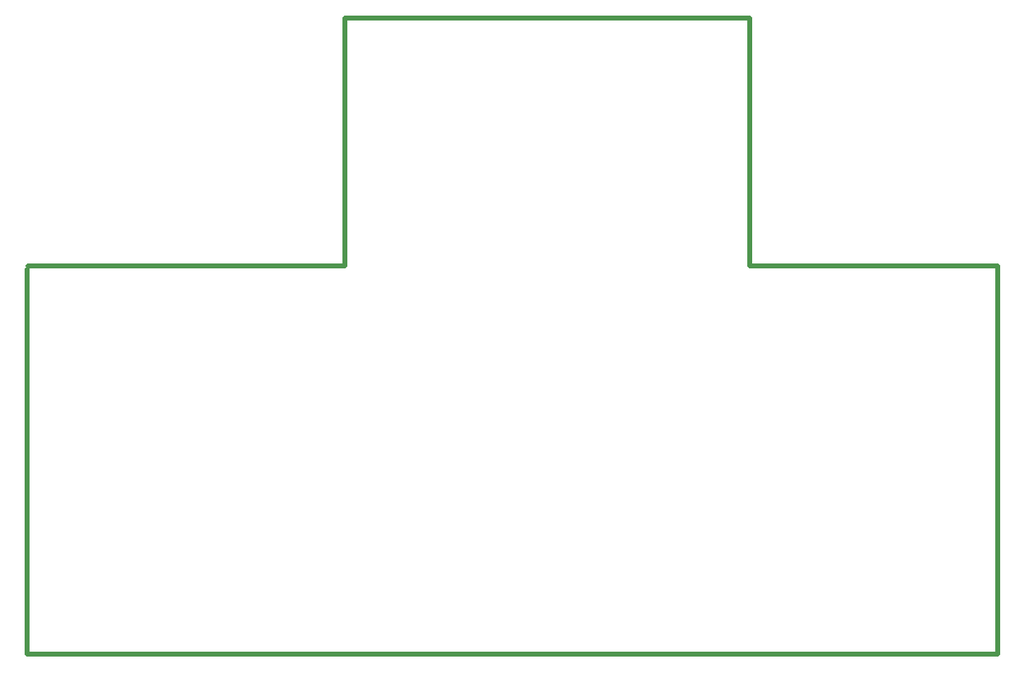
<source format=gko>
%FSLAX24Y24*%
%MOIN*%
G70*
G01*
G75*
G04 Layer_Color=8388736*
%ADD10R,0.0250X0.0200*%
%ADD11R,0.0362X0.0984*%
%ADD12R,0.0276X0.0394*%
%ADD13R,0.0689X0.1181*%
%ADD14R,0.0984X0.0866*%
%ADD15R,0.0200X0.0250*%
%ADD16R,0.0276X0.0394*%
%ADD17R,0.0315X0.0315*%
%ADD18R,0.0669X0.0492*%
%ADD19R,0.0300X0.0300*%
%ADD20R,0.0906X0.0906*%
%ADD21R,0.0600X0.0600*%
%ADD22R,0.0472X0.0354*%
%ADD23R,0.0472X0.0354*%
%ADD24R,0.0315X0.0315*%
%ADD25R,0.0236X0.0472*%
%ADD26O,0.0315X0.0098*%
%ADD27O,0.0098X0.0315*%
%ADD28O,0.0276X0.0098*%
%ADD29O,0.0098X0.0276*%
%ADD30R,0.1299X0.1299*%
%ADD31R,0.0750X0.0400*%
%ADD32R,0.1358X0.1358*%
%ADD33O,0.0984X0.0276*%
%ADD34C,0.0120*%
%ADD35C,0.0100*%
%ADD36C,0.0080*%
%ADD37C,0.0150*%
%ADD38C,0.0300*%
%ADD39C,0.0200*%
%ADD40C,0.0276*%
%ADD41C,0.0600*%
%ADD42C,0.0220*%
%ADD43C,0.0350*%
%ADD44C,0.0700*%
%ADD45C,0.1100*%
%ADD46R,0.0591X0.0591*%
%ADD47C,0.0591*%
%ADD48C,0.0320*%
%ADD49C,0.0354*%
%ADD50R,0.0591X0.0591*%
%ADD51R,0.0600X0.0600*%
%ADD52C,0.0710*%
%ADD53C,0.0900*%
%ADD54C,0.0400*%
G04:AMPARAMS|DCode=55|XSize=42mil|YSize=42mil|CornerRadius=0mil|HoleSize=0mil|Usage=FLASHONLY|Rotation=0.000|XOffset=0mil|YOffset=0mil|HoleType=Round|Shape=Relief|Width=5mil|Gap=5mil|Entries=4|*
%AMTHD55*
7,0,0,0.0420,0.0320,0.0050,45*
%
%ADD55THD55*%
%ADD56C,0.0420*%
%ADD57C,0.0500*%
%ADD58C,0.1400*%
%ADD59C,0.0654*%
%ADD60C,0.0497*%
G04:AMPARAMS|DCode=61|XSize=49.685mil|YSize=49.685mil|CornerRadius=0mil|HoleSize=0mil|Usage=FLASHONLY|Rotation=0.000|XOffset=0mil|YOffset=0mil|HoleType=Round|Shape=Relief|Width=5mil|Gap=5mil|Entries=4|*
%AMTHD61*
7,0,0,0.0497,0.0397,0.0050,45*
%
%ADD61THD61*%
G04:AMPARAMS|DCode=62|XSize=65.433mil|YSize=65.433mil|CornerRadius=0mil|HoleSize=0mil|Usage=FLASHONLY|Rotation=0.000|XOffset=0mil|YOffset=0mil|HoleType=Round|Shape=Relief|Width=5mil|Gap=5mil|Entries=4|*
%AMTHD62*
7,0,0,0.0654,0.0554,0.0050,45*
%
%ADD62THD62*%
G04:AMPARAMS|DCode=63|XSize=60mil|YSize=60mil|CornerRadius=0mil|HoleSize=0mil|Usage=FLASHONLY|Rotation=0.000|XOffset=0mil|YOffset=0mil|HoleType=Round|Shape=Relief|Width=5mil|Gap=5mil|Entries=4|*
%AMTHD63*
7,0,0,0.0600,0.0500,0.0050,45*
%
%ADD63THD63*%
%ADD64C,0.0770*%
%ADD65C,0.0480*%
%ADD66C,0.0090*%
G04:AMPARAMS|DCode=67|XSize=50mil|YSize=50mil|CornerRadius=0mil|HoleSize=0mil|Usage=FLASHONLY|Rotation=0.000|XOffset=0mil|YOffset=0mil|HoleType=Round|Shape=Relief|Width=5mil|Gap=5mil|Entries=4|*
%AMTHD67*
7,0,0,0.0500,0.0400,0.0050,45*
%
%ADD67THD67*%
G04:AMPARAMS|DCode=68|XSize=48mil|YSize=48mil|CornerRadius=0mil|HoleSize=0mil|Usage=FLASHONLY|Rotation=0.000|XOffset=0mil|YOffset=0mil|HoleType=Round|Shape=Relief|Width=5mil|Gap=5mil|Entries=4|*
%AMTHD68*
7,0,0,0.0480,0.0380,0.0050,45*
%
%ADD68THD68*%
%ADD69R,0.0709X0.0394*%
%ADD70R,0.0472X0.0551*%
%ADD71R,0.0394X0.0394*%
%ADD72R,0.0866X0.0984*%
%ADD73R,0.0551X0.0472*%
%ADD74O,0.0709X0.0118*%
%ADD75O,0.0118X0.0709*%
%ADD76R,0.0360X0.0360*%
%ADD77R,0.0360X0.0500*%
%ADD78R,0.0315X0.0354*%
%ADD79R,0.0300X0.0300*%
%ADD80R,0.0709X0.0433*%
%ADD81C,0.0040*%
%ADD82C,0.0098*%
%ADD83C,0.0060*%
%ADD84C,0.0050*%
%ADD85C,0.0197*%
%ADD86C,0.0079*%
%ADD87C,0.0157*%
%ADD88C,0.0030*%
%ADD89C,0.0059*%
%ADD90R,0.0330X0.0280*%
%ADD91R,0.0442X0.1064*%
%ADD92R,0.0356X0.0474*%
%ADD93R,0.0769X0.1261*%
%ADD94R,0.1064X0.0946*%
%ADD95R,0.0280X0.0330*%
%ADD96R,0.0356X0.0474*%
%ADD97R,0.0395X0.0395*%
%ADD98R,0.0749X0.0572*%
%ADD99R,0.0380X0.0380*%
%ADD100R,0.0986X0.0986*%
%ADD101R,0.0680X0.0680*%
%ADD102R,0.0552X0.0434*%
%ADD103R,0.0552X0.0434*%
%ADD104R,0.0395X0.0395*%
%ADD105R,0.0316X0.0552*%
%ADD106O,0.0395X0.0178*%
%ADD107O,0.0178X0.0395*%
%ADD108O,0.0356X0.0178*%
%ADD109O,0.0178X0.0356*%
%ADD110R,0.1379X0.1379*%
%ADD111R,0.0830X0.0480*%
%ADD112R,0.1438X0.1438*%
%ADD113O,0.1064X0.0356*%
%ADD114C,0.0680*%
%ADD115C,0.0300*%
%ADD116C,0.0430*%
%ADD117C,0.0780*%
%ADD118C,0.1180*%
%ADD119R,0.0671X0.0671*%
%ADD120C,0.0671*%
%ADD121C,0.0400*%
%ADD122C,0.0434*%
%ADD123R,0.0671X0.0671*%
%ADD124R,0.0680X0.0680*%
%ADD125C,0.0790*%
%ADD126C,0.0980*%
%ADD127R,0.0789X0.0474*%
%ADD128R,0.0552X0.0631*%
%ADD129R,0.0474X0.0474*%
%ADD130R,0.0946X0.1064*%
%ADD131R,0.0631X0.0552*%
%ADD132O,0.0789X0.0198*%
%ADD133O,0.0198X0.0789*%
%ADD134R,0.0440X0.0440*%
%ADD135R,0.0440X0.0580*%
%ADD136R,0.0395X0.0434*%
%ADD137R,0.0380X0.0380*%
%ADD138R,0.0789X0.0513*%
%ADD139C,0.0000*%
%ADD140C,0.0394*%
D39*
X39361Y295D02*
Y16075D01*
D85*
X29291D02*
X39361D01*
X29291D02*
Y26145D01*
X12881D02*
X29291D01*
X12881Y16075D02*
Y26145D01*
X-9Y16075D02*
X12881D01*
X-39Y295D02*
Y15945D01*
X21Y295D02*
X39361D01*
M02*

</source>
